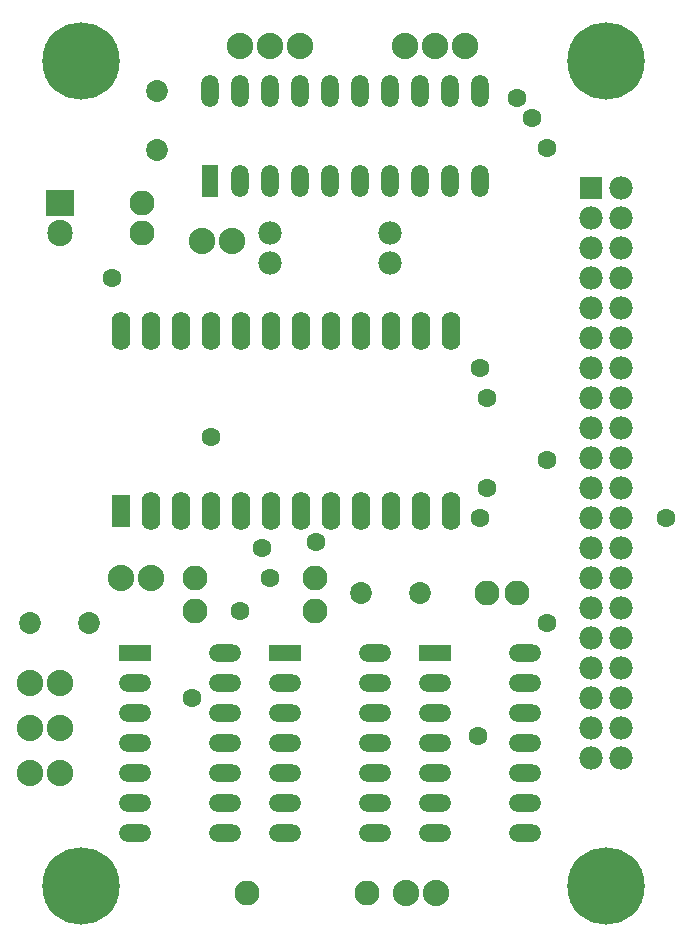
<source format=gts>
G04 Layer_Color=8388736*
%FSLAX25Y25*%
%MOIN*%
G70*
G01*
G75*
%ADD33R,0.09300X0.08800*%
%ADD34O,0.08400X0.08800*%
%ADD35R,0.05800X0.10800*%
%ADD36O,0.05800X0.10800*%
%ADD37O,0.06312X0.12800*%
%ADD38R,0.06312X0.10800*%
%ADD39C,0.07300*%
%ADD40C,0.08300*%
%ADD41C,0.08800*%
%ADD42O,0.10800X0.05800*%
%ADD43R,0.10800X0.05800*%
%ADD44C,0.25800*%
%ADD45C,0.07800*%
%ADD46R,0.07800X0.07800*%
%ADD47C,0.06312*%
D33*
X487500Y385000D02*
D03*
D34*
Y375000D02*
D03*
D35*
X537500Y392500D02*
D03*
D36*
X547500D02*
D03*
X557500D02*
D03*
X567500D02*
D03*
X577500D02*
D03*
X587500D02*
D03*
X597500D02*
D03*
X607500D02*
D03*
X617500D02*
D03*
X627500D02*
D03*
Y422500D02*
D03*
X617500D02*
D03*
X607500D02*
D03*
X597500D02*
D03*
X587500D02*
D03*
X577500D02*
D03*
X567500D02*
D03*
X557500D02*
D03*
X547500D02*
D03*
X537500D02*
D03*
D37*
X508000Y342500D02*
D03*
X518000D02*
D03*
X528000D02*
D03*
X538000D02*
D03*
X548000D02*
D03*
X558000D02*
D03*
X568000D02*
D03*
X578000D02*
D03*
X588000D02*
D03*
X598000D02*
D03*
X608000D02*
D03*
X618000D02*
D03*
Y282500D02*
D03*
X608000D02*
D03*
X598000D02*
D03*
X588000D02*
D03*
X578000D02*
D03*
X568000D02*
D03*
X558000D02*
D03*
X548000D02*
D03*
X538000D02*
D03*
X528000D02*
D03*
X518000D02*
D03*
D38*
X508000D02*
D03*
D39*
X520000Y402814D02*
D03*
Y422500D02*
D03*
X477500Y245000D02*
D03*
X497186D02*
D03*
X607500Y255000D02*
D03*
X587814D02*
D03*
D40*
X532500Y249000D02*
D03*
X572500D02*
D03*
X550000Y155000D02*
D03*
X590000D02*
D03*
X572500Y260000D02*
D03*
X532500D02*
D03*
X515000Y375000D02*
D03*
Y385000D02*
D03*
X630000Y255000D02*
D03*
X640000D02*
D03*
D41*
X487500Y195000D02*
D03*
X477500D02*
D03*
X487500Y210000D02*
D03*
X477500D02*
D03*
X487500Y225000D02*
D03*
X477500D02*
D03*
X508000Y260000D02*
D03*
X518000D02*
D03*
X613000Y155000D02*
D03*
X603000D02*
D03*
X545000Y372500D02*
D03*
X535000D02*
D03*
X612500Y437500D02*
D03*
X602500D02*
D03*
X622500D02*
D03*
X557500D02*
D03*
X547500D02*
D03*
X567500D02*
D03*
D42*
X642500Y235000D02*
D03*
Y225000D02*
D03*
Y215000D02*
D03*
Y205000D02*
D03*
Y195000D02*
D03*
Y185000D02*
D03*
Y175000D02*
D03*
X612500D02*
D03*
Y185000D02*
D03*
Y195000D02*
D03*
Y205000D02*
D03*
Y215000D02*
D03*
Y225000D02*
D03*
X592500Y235000D02*
D03*
Y225000D02*
D03*
Y215000D02*
D03*
Y205000D02*
D03*
Y195000D02*
D03*
Y185000D02*
D03*
Y175000D02*
D03*
X562500D02*
D03*
Y185000D02*
D03*
Y195000D02*
D03*
Y205000D02*
D03*
Y215000D02*
D03*
Y225000D02*
D03*
X542500Y235000D02*
D03*
Y225000D02*
D03*
Y215000D02*
D03*
Y205000D02*
D03*
Y195000D02*
D03*
Y185000D02*
D03*
Y175000D02*
D03*
X512500D02*
D03*
Y185000D02*
D03*
Y195000D02*
D03*
Y205000D02*
D03*
Y215000D02*
D03*
Y225000D02*
D03*
D43*
X612500Y235000D02*
D03*
X562500D02*
D03*
X512500D02*
D03*
D44*
X669500Y157500D02*
D03*
Y432500D02*
D03*
X494500D02*
D03*
Y157500D02*
D03*
D45*
X674500Y200000D02*
D03*
X664500D02*
D03*
X674500Y210000D02*
D03*
X664500D02*
D03*
X674500Y220000D02*
D03*
X664500D02*
D03*
X674500Y230000D02*
D03*
X664500D02*
D03*
X674500Y240000D02*
D03*
X664500D02*
D03*
X674500Y250000D02*
D03*
X664500D02*
D03*
X674500Y260000D02*
D03*
X664500D02*
D03*
X674500Y270000D02*
D03*
X664500D02*
D03*
X674500Y280000D02*
D03*
X664500D02*
D03*
X674500Y290000D02*
D03*
X664500D02*
D03*
X674500Y300000D02*
D03*
X664500D02*
D03*
X674500Y310000D02*
D03*
X664500D02*
D03*
X674500Y320000D02*
D03*
X664500D02*
D03*
X674500Y330000D02*
D03*
X664500D02*
D03*
X674500Y340000D02*
D03*
X664500D02*
D03*
X674500Y350000D02*
D03*
X664500D02*
D03*
X674500Y360000D02*
D03*
X664500D02*
D03*
X674500Y370000D02*
D03*
X664500D02*
D03*
X674500Y380000D02*
D03*
X664500D02*
D03*
X674500Y390000D02*
D03*
X597500Y365000D02*
D03*
X557500D02*
D03*
Y375000D02*
D03*
X597500D02*
D03*
D46*
X664500Y390000D02*
D03*
D47*
X627000Y207500D02*
D03*
X531500Y220000D02*
D03*
X538000Y307000D02*
D03*
X557500Y260000D02*
D03*
X547500Y249000D02*
D03*
X650000Y245000D02*
D03*
X572900Y272000D02*
D03*
X555000Y270000D02*
D03*
X689500Y280000D02*
D03*
X630000Y290000D02*
D03*
X627500Y280000D02*
D03*
X650000Y299500D02*
D03*
X505000Y360000D02*
D03*
X627500Y330000D02*
D03*
X630000Y320000D02*
D03*
X645000Y413500D02*
D03*
X650000Y403500D02*
D03*
X640000Y420000D02*
D03*
M02*

</source>
